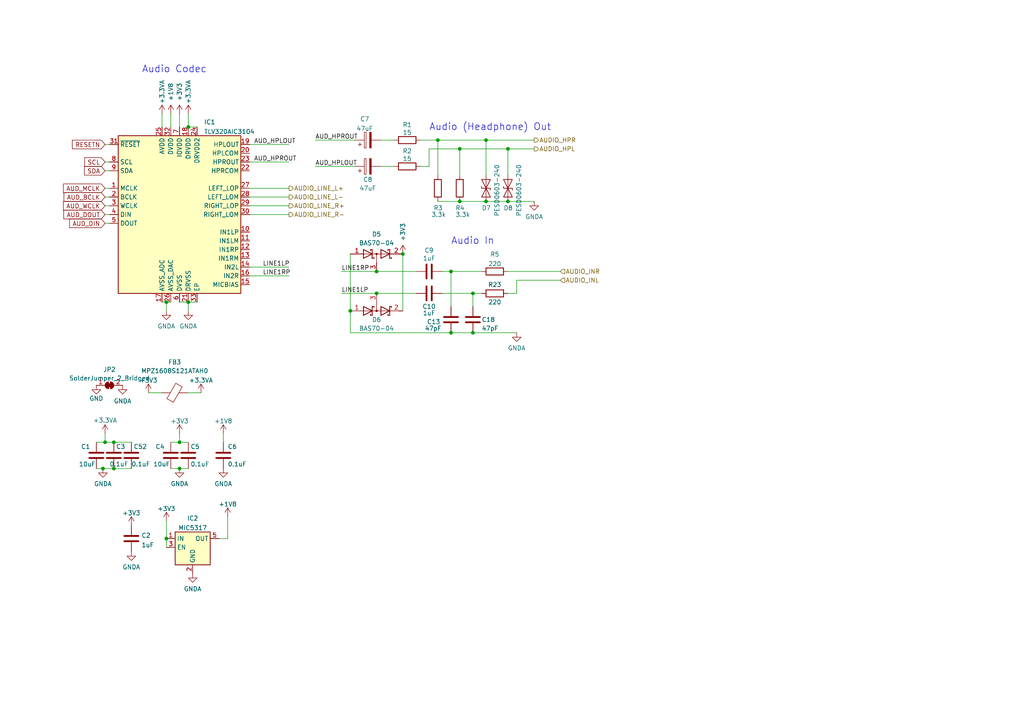
<source format=kicad_sch>
(kicad_sch (version 20211123) (generator eeschema)
  (paper "A4")
  (lib_symbols
    (symbol "Bela:MIC5317"
      (property "Reference" "U" (at 0 0 0))
      (property "Value" "MIC5317" (at 0 0 0))
      (symbol "MIC5317_0_1"
        (rectangle (start -5.08 -1.905) (end 5.08 -11.43) (stroke (width 0.254)) (fill (type background)))
      )
      (symbol "MIC5317_1_1"
        (pin power_in line (at -7.62 -3.81 0) (length 2.54) (name "IN") (number "1"))
        (pin power_in line (at 0 -13.97 90) (length 2.54) (name "GND") (number "2"))
        (pin input line (at -7.62 -6.35 0) (length 2.54) (name "EN") (number "3"))
        (pin power_out line (at 7.62 -3.81 180) (length 2.54) (name "OUT") (number "5"))
      )
    )
    (symbol "Bela:TLV320AIC3104"
      (property "Reference" "U" (at 0 0 0))
      (property "Value" "TLV320AIC3104" (at 0 0 0))
      (symbol "TLV320AIC3104_0_1"
        (rectangle (start -17.78 -13.97) (end 17.78 -59.69) (stroke (width 0.254)) (fill (type background)))
      )
      (symbol "TLV320AIC3104_1_1"
        (pin input line (at -20.32 -29.21 0) (length 2.54) (name "MCLK") (number "1"))
        (pin input line (at 20.32 -41.91 180) (length 2.54) (name "IN1LP") (number "10"))
        (pin input line (at 20.32 -44.45 180) (length 2.54) (name "IN1LM") (number "11"))
        (pin input line (at 20.32 -46.99 180) (length 2.54) (name "IN1RP") (number "12"))
        (pin input line (at 20.32 -49.53 180) (length 2.54) (name "IN1RM") (number "13"))
        (pin input line (at 20.32 -52.07 180) (length 2.54) (name "IN2L") (number "14"))
        (pin power_out line (at 20.32 -57.15 180) (length 2.54) (name "MICBIAS") (number "15"))
        (pin input line (at 20.32 -54.61 180) (length 2.54) (name "IN2R") (number "16"))
        (pin power_in line (at -5.08 -62.23 90) (length 2.54) (name "AVSS_ADC") (number "17"))
        (pin power_in line (at 2.54 -11.43 270) (length 2.54) (name "DRVDD") (number "18"))
        (pin output line (at 20.32 -16.51 180) (length 2.54) (name "HPLOUT") (number "19"))
        (pin bidirectional line (at -20.32 -31.75 0) (length 2.54) (name "BCLK") (number "2"))
        (pin output line (at 20.32 -19.05 180) (length 2.54) (name "HPLCOM") (number "20"))
        (pin power_in line (at 2.54 -62.23 90) (length 2.54) (name "DRVSS") (number "21"))
        (pin output line (at 20.32 -24.13 180) (length 2.54) (name "HPRCOM") (number "22"))
        (pin output line (at 20.32 -21.59 180) (length 2.54) (name "HPROUT") (number "23"))
        (pin power_in line (at 5.08 -11.43 270) (length 2.54) (name "DRVDD2") (number "24"))
        (pin power_in line (at -5.08 -11.43 270) (length 2.54) (name "AVDD") (number "25"))
        (pin power_in line (at -2.54 -62.23 90) (length 2.54) (name "AVSS_DAC") (number "26"))
        (pin output line (at 20.32 -29.21 180) (length 2.54) (name "LEFT_LOP") (number "27"))
        (pin output line (at 20.32 -31.75 180) (length 2.54) (name "LEFT_LOM") (number "28"))
        (pin output line (at 20.32 -34.29 180) (length 2.54) (name "RIGHT_LOP") (number "29"))
        (pin bidirectional line (at -20.32 -34.29 0) (length 2.54) (name "WCLK") (number "3"))
        (pin output line (at 20.32 -36.83 180) (length 2.54) (name "RIGHT_LOM") (number "30"))
        (pin input line (at -20.32 -16.51 0) (length 2.54) (name "~{RESET}") (number "31"))
        (pin power_in line (at -2.54 -11.43 270) (length 2.54) (name "DVDD") (number "32"))
        (pin power_in line (at 5.08 -62.23 90) (length 2.54) (name "EP") (number "33"))
        (pin input line (at -20.32 -36.83 0) (length 2.54) (name "DIN") (number "4"))
        (pin output line (at -20.32 -39.37 0) (length 2.54) (name "DOUT") (number "5"))
        (pin power_in line (at 0 -62.23 90) (length 2.54) (name "DVSS") (number "6"))
        (pin power_in line (at 0 -11.43 270) (length 2.54) (name "IOVDD") (number "7"))
        (pin bidirectional line (at -20.32 -21.59 0) (length 2.54) (name "SCL") (number "8"))
        (pin bidirectional line (at -20.32 -24.13 0) (length 2.54) (name "SDA") (number "9"))
      )
    )
    (symbol "Device:C" (pin_numbers hide) (pin_names (offset 0.254))
      (property "Reference" "C" (at 0.635 2.54 0))
      (property "Value" "C" (at 0.635 -2.54 0))
      (symbol "C_0_1"
        (polyline (pts (xy -2.032 -0.762) (xy 2.032 -0.762)) (stroke (width 0.508)))
        (polyline (pts (xy -2.032 0.762) (xy 2.032 0.762)) (stroke (width 0.508)))
      )
      (symbol "C_1_1"
        (pin passive line (at 0 3.81 270) (length 2.794) (name "~") (number "1"))
        (pin passive line (at 0 -3.81 90) (length 2.794) (name "~") (number "2"))
      )
    )
    (symbol "Device:C_Polarized" (pin_numbers hide) (pin_names (offset 0.254))
      (property "Reference" "C" (at 0.635 2.54 0))
      (property "Value" "C_Polarized" (at 0.635 -2.54 0))
      (symbol "C_Polarized_0_1"
        (rectangle (start -2.286 0.508) (end 2.286 1.016))
        (polyline (pts (xy -1.778 2.286) (xy -0.762 2.286)))
        (polyline (pts (xy -1.27 2.794) (xy -1.27 1.778)))
        (rectangle (start 2.286 -0.508) (end -2.286 -1.016) (fill (type outline)))
      )
      (symbol "C_Polarized_1_1"
        (pin passive line (at 0 3.81 270) (length 2.794) (name "~") (number "1"))
        (pin passive line (at 0 -3.81 90) (length 2.794) (name "~") (number "2"))
      )
    )
    (symbol "Device:D_Schottky_Dual_Series_AKC" (pin_names (offset 0.762) hide)
      (property "Reference" "D" (at 1.27 -2.54 0))
      (property "Value" "D_Schottky_Dual_Series_AKC" (at 0 2.54 0))
      (symbol "D_Schottky_Dual_Series_AKC_0_1"
        (polyline (pts (xy -3.81 0) (xy 3.81 0)))
        (polyline (pts (xy 0 0) (xy 0 -2.54)))
        (polyline (pts (xy 6.35 0) (xy 7.62 0)))
        (polyline (pts (xy -1.27 -1.27) (xy -1.27 1.27) (xy -1.27 1.27)) (stroke (width 0.254)))
        (polyline (pts (xy 3.81 1.27) (xy 3.81 -1.27) (xy 3.81 -1.27)) (stroke (width 0.254)))
        (polyline (pts (xy -1.27 -1.27) (xy -0.762 -1.27) (xy -0.762 -1.016) (xy -0.762 -1.016)) (stroke (width 0.254)))
        (polyline (pts (xy 3.81 -1.27) (xy 4.318 -1.27) (xy 4.318 -1.016) (xy 4.318 -1.016)) (stroke (width 0.254)))
        (polyline (pts (xy 3.81 1.27) (xy 3.302 1.27) (xy 3.302 1.016) (xy 3.302 1.016)) (stroke (width 0.254)))
        (polyline (pts (xy -1.778 1.016) (xy -1.778 1.27) (xy -1.27 1.27) (xy -1.27 1.27) (xy -1.27 1.27)) (stroke (width 0.254)))
        (polyline (pts (xy -3.81 1.27) (xy -1.27 0) (xy -3.81 -1.27) (xy -3.81 1.27) (xy -3.81 1.27) (xy -3.81 1.27)) (stroke (width 0.254)))
        (polyline (pts (xy 1.27 1.27) (xy 3.81 0) (xy 1.27 -1.27) (xy 1.27 1.27) (xy 1.27 1.27) (xy 1.27 1.27)) (stroke (width 0.254)))
        (circle (center 0 0) (radius 0.254) (fill (type outline)))
        (pin passive line (at -7.62 0 0) (length 3.81) (name "A") (number "1"))
        (pin passive line (at 7.62 0 180) (length 3.81) (name "K") (number "2"))
        (pin passive line (at 0 -5.08 90) (length 2.54) (name "common") (number "3"))
      )
    )
    (symbol "Device:FerriteBead" (pin_numbers hide) (pin_names (offset 0))
      (property "Reference" "FB" (at -3.81 0.635 90))
      (property "Value" "FerriteBead" (at 3.81 0 90))
      (symbol "FerriteBead_0_1"
        (polyline (pts (xy 0 -1.27) (xy 0 -1.2192)))
        (polyline (pts (xy 0 1.27) (xy 0 1.2954)))
        (polyline (pts (xy -2.7686 0.4064) (xy -1.7018 2.2606) (xy 2.7686 -0.3048) (xy 1.6764 -2.159) (xy -2.7686 0.4064)))
      )
      (symbol "FerriteBead_1_1"
        (pin passive line (at 0 3.81 270) (length 2.54) (name "~") (number "1"))
        (pin passive line (at 0 -3.81 90) (length 2.54) (name "~") (number "2"))
      )
    )
    (symbol "Device:R" (pin_numbers hide) (pin_names (offset 0))
      (property "Reference" "R" (at 2.032 0 90))
      (property "Value" "R" (at 0 0 90))
      (symbol "R_0_1"
        (rectangle (start -1.016 -2.54) (end 1.016 2.54) (stroke (width 0.254)))
      )
      (symbol "R_1_1"
        (pin passive line (at 0 3.81 270) (length 1.27) (name "~") (number "1"))
        (pin passive line (at 0 -3.81 90) (length 1.27) (name "~") (number "2"))
      )
    )
    (symbol "Diode:ESD9B5.0ST5G" (pin_numbers hide) (pin_names (offset 1.016) hide)
      (property "Reference" "D" (at 0 2.54 0))
      (property "Value" "ESD9B5.0ST5G" (at 0 -2.54 0))
      (symbol "ESD9B5.0ST5G_0_1"
        (polyline (pts (xy 1.27 0) (xy -1.27 0)))
        (polyline (pts (xy -2.54 -1.27) (xy 0 0) (xy -2.54 1.27) (xy -2.54 -1.27)) (stroke (width 0.2032)))
        (polyline (pts (xy 0.508 1.27) (xy 0 1.27) (xy 0 -1.27) (xy -0.508 -1.27)) (stroke (width 0.2032)))
        (polyline (pts (xy 2.54 1.27) (xy 2.54 -1.27) (xy 0 0) (xy 2.54 1.27)) (stroke (width 0.2032)))
      )
      (symbol "ESD9B5.0ST5G_1_1"
        (pin passive line (at -3.81 0 0) (length 2.54) (name "A1") (number "1"))
        (pin passive line (at 3.81 0 180) (length 2.54) (name "A2") (number "2"))
      )
    )
    (symbol "Jumper:SolderJumper_2_Bridged" (pin_names (offset 0) hide)
      (property "Reference" "JP" (at 0 2.032 0))
      (property "Value" "SolderJumper_2_Bridged" (at 0 -2.54 0))
      (symbol "SolderJumper_2_Bridged_0_1"
        (rectangle (start -0.508 0.508) (end 0.508 -0.508) (fill (type outline)))
        (arc (start -0.254 1.016) (mid -1.27 0) (end -0.254 -1.016))
        (arc (start -0.254 1.016) (mid -1.27 0) (end -0.254 -1.016) (fill (type outline)))
        (polyline (pts (xy -0.254 1.016) (xy -0.254 -1.016)))
        (polyline (pts (xy 0.254 1.016) (xy 0.254 -1.016)))
        (arc (start 0.254 -1.016) (mid 1.27 0) (end 0.254 1.016))
        (arc (start 0.254 -1.016) (mid 1.27 0) (end 0.254 1.016) (fill (type outline)))
      )
      (symbol "SolderJumper_2_Bridged_1_1"
        (pin passive line (at -3.81 0 0) (length 2.54) (name "A") (number "1"))
        (pin passive line (at 3.81 0 180) (length 2.54) (name "B") (number "2"))
      )
    )
    (symbol "power:+1V8" (power) (pin_names (offset 0))
      (property "Value" "+1V8" (at 0 3.556 0))
      (symbol "+1V8_0_1"
        (polyline (pts (xy -0.762 1.27) (xy 0 2.54)))
        (polyline (pts (xy 0 0) (xy 0 2.54)))
        (polyline (pts (xy 0 2.54) (xy 0.762 1.27)))
      )
      (symbol "+1V8_1_1"
        (pin power_in line (at 0 0 90) (length 0) hide (name "+1V8") (number "1"))
      )
    )
    (symbol "power:+3.3VA" (power) (pin_names (offset 0))
      (property "Value" "+3.3VA" (at 0 3.556 0))
      (symbol "+3.3VA_0_1"
        (polyline (pts (xy -0.762 1.27) (xy 0 2.54)))
        (polyline (pts (xy 0 0) (xy 0 2.54)))
        (polyline (pts (xy 0 2.54) (xy 0.762 1.27)))
      )
      (symbol "+3.3VA_1_1"
        (pin power_in line (at 0 0 90) (length 0) hide (name "+3.3VA") (number "1"))
      )
    )
    (symbol "power:+3V3" (power) (pin_names (offset 0))
      (property "Value" "+3V3" (at 0 3.556 0))
      (symbol "+3V3_0_1"
        (polyline (pts (xy -0.762 1.27) (xy 0 2.54)))
        (polyline (pts (xy 0 0) (xy 0 2.54)))
        (polyline (pts (xy 0 2.54) (xy 0.762 1.27)))
      )
      (symbol "+3V3_1_1"
        (pin power_in line (at 0 0 90) (length 0) hide (name "+3V3") (number "1"))
      )
    )
    (symbol "power:GND" (power) (pin_names (offset 0))
      (property "Value" "GND" (at 0 -3.81 0))
      (symbol "GND_0_1"
        (polyline (pts (xy 0 0) (xy 0 -1.27) (xy 1.27 -1.27) (xy 0 -2.54) (xy -1.27 -1.27) (xy 0 -1.27)))
      )
      (symbol "GND_1_1"
        (pin power_in line (at 0 0 270) (length 0) hide (name "GND") (number "1"))
      )
    )
    (symbol "power:GNDA" (power) (pin_names (offset 0))
      (property "Value" "GNDA" (at 0 -3.81 0))
      (symbol "GNDA_0_1"
        (polyline (pts (xy 0 0) (xy 0 -1.27) (xy 1.27 -1.27) (xy 0 -2.54) (xy -1.27 -1.27) (xy 0 -1.27)))
      )
      (symbol "GNDA_1_1"
        (pin power_in line (at 0 0 270) (length 0) hide (name "GNDA") (number "1"))
      )
    )
  )
  (junction (at 130.81 78.74))
  (junction (at 54.61 36.83))
  (junction (at 133.35 58.42))
  (junction (at 52.07 135.89))
  (junction (at 140.97 58.42))
  (junction (at 137.16 96.52))
  (junction (at 130.81 96.52))
  (junction (at 33.02 135.89))
  (junction (at 33.02 128.27))
  (junction (at 147.32 58.42))
  (junction (at 54.61 87.63))
  (junction (at 29.8512 135.89))
  (junction (at 116.84 73.66))
  (junction (at 48.26 156.21))
  (junction (at 127 40.64))
  (junction (at 109.22 78.74))
  (junction (at 137.16 85.09))
  (junction (at 48.26 87.63))
  (junction (at 101.6 90.17))
  (junction (at 147.32 43.18))
  (junction (at 52.07 128.27))
  (junction (at 133.35 43.18))
  (junction (at 109.22 85.09))
  (junction (at 140.97 40.64))
  (junction (at 30.48 128.27))
  (wire (pts (xy 30.48 125.73) (xy 30.48 128.27)))
  (wire (pts (xy 130.81 78.74) (xy 130.81 88.9)))
  (wire (pts (xy 149.86 85.09) (xy 149.86 81.28)))
  (wire (pts (xy 140.97 40.64) (xy 154.94 40.64)))
  (wire (pts (xy 147.32 43.18) (xy 154.94 43.18)))
  (wire (pts (xy 116.84 73.66) (xy 116.84 90.17)))
  (wire (pts (xy 54.61 87.63) (xy 54.61 90.17)))
  (wire (pts (xy 133.35 43.18) (xy 133.35 50.8)))
  (wire (pts (xy 30.48 49.53) (xy 31.75 49.53)))
  (wire (pts (xy 54.61 33.02) (xy 54.61 36.83)))
  (wire (pts (xy 72.39 46.99) (xy 83.82 46.99)))
  (wire (pts (xy 49.53 33.02) (xy 49.53 36.83)))
  (wire (pts (xy 91.44 40.64) (xy 102.87 40.64)))
  (wire (pts (xy 30.48 62.23) (xy 31.75 62.23)))
  (wire (pts (xy 147.32 43.18) (xy 147.32 50.8)))
  (wire (pts (xy 130.81 96.52) (xy 137.16 96.52)))
  (wire (pts (xy 52.07 33.02) (xy 52.07 36.83)))
  (wire (pts (xy 48.26 87.63) (xy 49.53 87.63)))
  (wire (pts (xy 30.48 64.77) (xy 31.75 64.77)))
  (wire (pts (xy 49.53 128.27) (xy 52.07 128.27)))
  (wire (pts (xy 30.48 54.61) (xy 31.75 54.61)))
  (wire (pts (xy 72.39 41.91) (xy 83.82 41.91)))
  (wire (pts (xy 30.48 46.99) (xy 31.75 46.99)))
  (wire (pts (xy 48.26 151.13) (xy 48.26 156.21)))
  (wire (pts (xy 63.5 156.21) (xy 66.04 156.21)))
  (wire (pts (xy 33.02 128.27) (xy 38.1 128.27)))
  (wire (pts (xy 140.97 58.42) (xy 147.32 58.42)))
  (wire (pts (xy 49.53 135.89) (xy 52.07 135.89)))
  (wire (pts (xy 147.32 58.42) (xy 154.94 58.42)))
  (wire (pts (xy 137.16 96.52) (xy 149.86 96.52)))
  (wire (pts (xy 121.92 40.64) (xy 127 40.64)))
  (wire (pts (xy 72.39 57.15) (xy 83.82 57.15)))
  (wire (pts (xy 127 58.42) (xy 133.35 58.42)))
  (wire (pts (xy 140.97 40.64) (xy 140.97 50.8)))
  (wire (pts (xy 110.49 40.64) (xy 114.3 40.64)))
  (wire (pts (xy 101.6 96.52) (xy 130.81 96.52)))
  (wire (pts (xy 72.39 59.69) (xy 83.82 59.69)))
  (wire (pts (xy 48.26 156.21) (xy 48.26 158.75)))
  (wire (pts (xy 91.44 48.26) (xy 102.87 48.26)))
  (wire (pts (xy 46.99 33.02) (xy 46.99 36.83)))
  (wire (pts (xy 33.02 135.89) (xy 38.1 135.89)))
  (wire (pts (xy 124.46 48.26) (xy 124.46 43.18)))
  (wire (pts (xy 52.07 87.63) (xy 54.61 87.63)))
  (wire (pts (xy 147.32 85.09) (xy 149.86 85.09)))
  (wire (pts (xy 52.07 128.27) (xy 54.61 128.27)))
  (wire (pts (xy 48.26 87.63) (xy 48.26 90.17)))
  (wire (pts (xy 52.07 135.89) (xy 54.61 135.89)))
  (wire (pts (xy 30.48 57.15) (xy 31.75 57.15)))
  (wire (pts (xy 52.07 125.73) (xy 52.07 128.27)))
  (wire (pts (xy 43.053 113.919) (xy 46.863 113.919)))
  (wire (pts (xy 54.61 36.83) (xy 57.15 36.83)))
  (wire (pts (xy 99.06 78.74) (xy 109.22 78.74)))
  (wire (pts (xy 30.48 59.69) (xy 31.75 59.69)))
  (wire (pts (xy 133.35 58.42) (xy 140.97 58.42)))
  (wire (pts (xy 72.39 62.23) (xy 83.82 62.23)))
  (wire (pts (xy 128.27 78.74) (xy 130.81 78.74)))
  (wire (pts (xy 137.16 85.09) (xy 137.16 88.9)))
  (wire (pts (xy 130.81 78.74) (xy 139.7 78.74)))
  (wire (pts (xy 101.6 90.17) (xy 101.6 96.52)))
  (wire (pts (xy 54.483 113.919) (xy 58.293 113.919)))
  (wire (pts (xy 124.46 43.18) (xy 133.35 43.18)))
  (wire (pts (xy 29.8512 135.89) (xy 33.02 135.89)))
  (wire (pts (xy 109.22 85.09) (xy 120.65 85.09)))
  (wire (pts (xy 27.94 128.27) (xy 30.48 128.27)))
  (wire (pts (xy 147.32 78.74) (xy 162.56 78.74)))
  (wire (pts (xy 127 40.64) (xy 127 50.8)))
  (wire (pts (xy 30.48 128.27) (xy 33.02 128.27)))
  (wire (pts (xy 72.39 54.61) (xy 83.82 54.61)))
  (wire (pts (xy 72.39 80.01) (xy 83.82 80.01)))
  (wire (pts (xy 101.6 73.66) (xy 101.6 90.17)))
  (wire (pts (xy 66.04 156.21) (xy 66.04 149.86)))
  (wire (pts (xy 127 40.64) (xy 140.97 40.64)))
  (wire (pts (xy 27.94 135.89) (xy 29.8512 135.89)))
  (wire (pts (xy 149.86 81.28) (xy 162.56 81.28)))
  (wire (pts (xy 54.61 87.63) (xy 57.15 87.63)))
  (wire (pts (xy 72.39 77.47) (xy 83.82 77.47)))
  (wire (pts (xy 110.49 48.26) (xy 114.3 48.26)))
  (wire (pts (xy 137.16 85.09) (xy 139.7 85.09)))
  (wire (pts (xy 99.06 85.09) (xy 109.22 85.09)))
  (wire (pts (xy 121.92 48.26) (xy 124.46 48.26)))
  (wire (pts (xy 109.22 78.74) (xy 120.65 78.74)))
  (wire (pts (xy 46.99 87.63) (xy 48.26 87.63)))
  (wire (pts (xy 133.35 43.18) (xy 147.32 43.18)))
  (wire (pts (xy 30.48 41.91) (xy 31.75 41.91)))
  (wire (pts (xy 128.27 85.09) (xy 137.16 85.09)))
  (wire (pts (xy 64.77 125.73) (xy 64.77 128.27)))
  (text "Audio (Headphone) Out" (at 124.46 38.1 0) (effects (font (size 2 2)) (justify left bottom)))
  (text "Audio In" (at 130.81 71.12 0) (effects (font (size 2 2)) (justify left bottom)))
  (text "Audio Codec" (at 41.148 21.336 0) (effects (font (size 2 2)) (justify left bottom)))
  (label "LINE1LP" (at 99.06 85.09 0))
  (label "AUD_HPLOUT" (at 73.66 41.91 0))
  (label "LINE1RP" (at 99.06 78.74 0))
  (label "AUD_HPLOUT" (at 91.44 48.26 0))
  (label "AUD_HPROUT" (at 91.44 40.64 0))
  (label "AUD_HPROUT" (at 73.66 46.99 0))
  (label "LINE1LP" (at 76.2 77.47 0))
  (label "LINE1RP" (at 76.2 80.01 0))
  (global_label "AUD_DOUT" (shape input) (at 30.48 62.23 180) (property "Intersheet References" "${INTERSHEET_REFS}" (effects hide)))
  (global_label "AUD_BCLK" (shape input) (at 30.48 57.15 180) (property "Intersheet References" "${INTERSHEET_REFS}" (effects hide)))
  (global_label "RESETN" (shape input) (at 30.48 41.91 180) (property "Intersheet References" "${INTERSHEET_REFS}" (effects hide)))
  (global_label "SCL" (shape input) (at 30.48 46.99 180) (property "Intersheet References" "${INTERSHEET_REFS}" (effects hide)))
  (global_label "AUD_MCLK" (shape input) (at 30.48 54.61 180) (property "Intersheet References" "${INTERSHEET_REFS}" (effects hide)))
  (global_label "AUD_WCLK" (shape input) (at 30.48 59.69 180) (property "Intersheet References" "${INTERSHEET_REFS}" (effects hide)))
  (global_label "AUD_DIN" (shape input) (at 30.48 64.77 180) (property "Intersheet References" "${INTERSHEET_REFS}" (effects hide)))
  (global_label "SDA" (shape input) (at 30.48 49.53 180) (property "Intersheet References" "${INTERSHEET_REFS}" (effects hide)))
  (hierarchical_label "AUDIO_LINE_L-" (shape output) (at 83.82 57.15 0))
  (hierarchical_label "AUDIO_INR" (shape input) (at 162.56 78.74 0))
  (hierarchical_label "AUDIO_HPL" (shape output) (at 154.94 43.18 0))
  (hierarchical_label "AUDIO_INL" (shape input) (at 162.56 81.28 0))
  (hierarchical_label "AUDIO_LINE_L+" (shape output) (at 83.82 54.61 0))
  (hierarchical_label "AUDIO_LINE_R-" (shape output) (at 83.82 62.23 0))
  (hierarchical_label "AUDIO_HPR" (shape output) (at 154.94 40.64 0))
  (hierarchical_label "AUDIO_LINE_R+" (shape output) (at 83.82 59.69 0))
  (symbol (lib_id "power:+1V8") (at 64.77 125.73 0) (unit 1)
    (property "Reference" "#PWR017" (effects hide))
    (property "Value" "+1V8" (at 64.77 122.1255 0))
  )
  (symbol (lib_id "Device:C") (at 137.16 92.71 180) (unit 1)
    (property "Reference" "C18" (at 139.7 92.71 0) (effects (justify right)))
    (property "Value" "47pF" (at 139.7 95.25 0) (effects (justify right)))
    (property "Footprint" "Capacitor_SMD:C_0603_1608Metric" (effects hide))
  )
  (symbol (lib_id "Device:C") (at 27.94 132.08 0) (unit 1)
    (property "Reference" "C1" (at 23.495 129.54 0) (effects (justify left)))
    (property "Value" "10uF" (at 22.86 134.62 0) (effects (justify left)))
    (property "Footprint" "Capacitor_SMD:C_0603_1608Metric" (effects hide))
  )
  (symbol (lib_id "Device:R") (at 118.11 40.64 270) (unit 1)
    (property "Reference" "R1" (at 118.11 36.195 90))
    (property "Value" "15" (at 118.11 38.4326 90))
    (property "Footprint" "Resistor_SMD:R_0603_1608Metric" (effects hide))
  )
  (symbol (lib_id "Device:C") (at 38.1 132.08 0) (unit 1)
    (property "Reference" "C52" (at 38.735 129.54 0) (effects (justify left)))
    (property "Value" "0.1uF" (at 38.1 134.62 0) (effects (justify left)))
    (property "Footprint" "Capacitor_SMD:C_0603_1608Metric" (effects hide))
  )
  (symbol (lib_id "Device:R") (at 143.51 78.74 90) (unit 1)
    (property "Reference" "R5" (at 143.51 73.7575 90))
    (property "Value" "220" (at 143.51 76.5326 90))
    (property "Footprint" "Resistor_SMD:R_0603_1608Metric" (effects hide))
  )
  (symbol (lib_id "Device:R") (at 133.35 54.61 180) (unit 1)
    (property "Reference" "R4" (at 132.08 60.325 0) (effects (justify right)))
    (property "Value" "3.3k" (at 132.08 62.23 0) (effects (justify right)))
    (property "Footprint" "Resistor_SMD:R_0603_1608Metric" (effects hide))
  )
  (symbol (lib_id "Diode:ESD9B5.0ST5G") (at 147.32 54.61 90) (unit 1)
    (property "Reference" "D8" (at 146.05 60.325 90) (effects (justify right)))
    (property "Value" "PESD0603-240" (at 150.495 47.625 0) (effects (justify right)))
    (property "Footprint" "Diode_SMD:D_0603_1608Metric" (effects hide))
    (property "Datasheet" "https://www.onsemi.com/pub/Collateral/ESD9B-D.PDF" (effects hide))
  )
  (symbol (lib_id "power:GNDA") (at 54.61 90.17 0) (unit 1)
    (property "Reference" "#PWR0149" (effects hide))
    (property "Value" "GNDA" (at 54.61 94.6134 0))
  )
  (symbol (lib_id "power:GNDA") (at 64.77 135.89 0) (unit 1)
    (property "Reference" "#PWR0155" (effects hide))
    (property "Value" "GNDA" (at 64.77 140.3334 0))
  )
  (symbol (lib_id "Bela:TLV320AIC3104") (at 52.07 25.4 0) (unit 1)
    (property "Reference" "IC1" (at 59.1694 35.4035 0) (effects (justify left)))
    (property "Value" "TLV320AIC3104" (at 59.1694 38.1786 0) (effects (justify left)))
    (property "Footprint" "Package_DFN_QFN:QFN-32-1EP_5x5mm_P0.5mm_EP3.3x3.3mm" (effects hide))
  )
  (symbol (lib_id "Device:D_Schottky_Dual_Series_AKC") (at 109.22 90.17 0) (mirror x) (unit 1)
    (property "Reference" "D6" (at 109.22 92.71 0))
    (property "Value" "BAS70-04" (at 109.22 95.25 0))
    (property "Footprint" "Package_TO_SOT_SMD:SOT-23" (effects hide))
  )
  (symbol (lib_id "Device:C_Polarized") (at 106.68 40.64 90) (unit 1)
    (property "Reference" "C7" (at 105.791 34.5145 90))
    (property "Value" "47uF" (at 105.791 37.2896 90))
    (property "Footprint" "Capacitor_SMD:C_1206_3216Metric" (effects hide))
  )
  (symbol (lib_id "power:GNDA") (at 29.8512 135.89 0) (unit 1)
    (property "Reference" "#PWR0154" (effects hide))
    (property "Value" "GNDA" (at 29.8512 140.3334 0))
  )
  (symbol (lib_id "Device:C") (at 130.81 92.71 180) (unit 1)
    (property "Reference" "C13" (at 123.825 93.345 0) (effects (justify right)))
    (property "Value" "47pF" (at 123.19 95.25 0) (effects (justify right)))
    (property "Footprint" "Capacitor_SMD:C_0603_1608Metric" (effects hide))
  )
  (symbol (lib_id "power:+3.3VA") (at 46.99 33.02 0) (unit 1)
    (property "Reference" "#PWR06" (effects hide))
    (property "Value" "+3.3VA" (at 46.99 26.67 90))
  )
  (symbol (lib_id "power:+3V3") (at 52.07 33.02 0) (unit 1)
    (property "Reference" "#PWR010" (effects hide))
    (property "Value" "+3V3" (at 52.07 26.67 90))
  )
  (symbol (lib_id "Device:C") (at 64.77 132.08 0) (unit 1)
    (property "Reference" "C6" (at 66.04 129.54 0) (effects (justify left)))
    (property "Value" "0.1uF" (at 66.04 134.62 0) (effects (justify left)))
    (property "Footprint" "Capacitor_SMD:C_0603_1608Metric" (effects hide))
  )
  (symbol (lib_id "Diode:ESD9B5.0ST5G") (at 140.97 54.61 90) (unit 1)
    (property "Reference" "D7" (at 139.7 60.325 90) (effects (justify right)))
    (property "Value" "PESD0603-240" (at 144.145 47.625 0) (effects (justify right)))
    (property "Footprint" "Diode_SMD:D_0603_1608Metric" (effects hide))
    (property "Datasheet" "https://www.onsemi.com/pub/Collateral/ESD9B-D.PDF" (effects hide))
  )
  (symbol (lib_id "power:+3V3") (at 116.84 73.66 0) (unit 1)
    (property "Reference" "#PWR020" (effects hide))
    (property "Value" "+3V3" (at 116.84 67.31 90))
  )
  (symbol (lib_id "Device:R") (at 118.11 48.26 270) (unit 1)
    (property "Reference" "R2" (at 118.11 43.815 90))
    (property "Value" "15" (at 118.11 46.0526 90))
    (property "Footprint" "Resistor_SMD:R_0603_1608Metric" (effects hide))
  )
  (symbol (lib_id "Device:C") (at 38.1 156.21 0) (unit 1)
    (property "Reference" "C2" (at 41.021 155.3015 0) (effects (justify left)))
    (property "Value" "1uF" (at 41.021 158.0766 0) (effects (justify left)))
    (property "Footprint" "Capacitor_SMD:C_0603_1608Metric" (effects hide))
  )
  (symbol (lib_id "Device:FerriteBead") (at 50.673 113.919 90) (unit 1)
    (property "Reference" "FB3" (at 50.673 105.029 90))
    (property "Value" "MPZ1608S121ATAH0" (at 50.673 107.569 90))
    (property "Footprint" "Inductor_SMD:L_0603_1608Metric" (effects hide))
  )
  (symbol (lib_id "Bela:MIC5317") (at 55.88 152.4 0) (unit 1)
    (property "Reference" "IC2" (at 55.88 150.3385 0))
    (property "Value" "MIC5317" (at 55.88 153.1136 0))
    (property "Footprint" "Package_TO_SOT_SMD:SOT-23-5" (effects hide))
  )
  (symbol (lib_id "Device:D_Schottky_Dual_Series_AKC") (at 109.22 73.66 0) (unit 1)
    (property "Reference" "D5" (at 109.22 67.945 0))
    (property "Value" "BAS70-04" (at 109.22 70.485 0))
    (property "Footprint" "Package_TO_SOT_SMD:SOT-23" (effects hide))
  )
  (symbol (lib_id "power:GNDA") (at 55.88 166.37 0) (unit 1)
    (property "Reference" "#PWR0156" (effects hide))
    (property "Value" "GNDA" (at 55.88 170.8134 0))
  )
  (symbol (lib_id "power:+1V8") (at 66.04 149.86 0) (unit 1)
    (property "Reference" "#PWR019" (effects hide))
    (property "Value" "+1V8" (at 66.04 146.2555 0))
  )
  (symbol (lib_id "power:+3.3VA") (at 58.293 113.919 0) (unit 1)
    (property "Reference" "#PWR016" (effects hide))
    (property "Value" "+3.3VA" (at 58.293 110.3145 0))
  )
  (symbol (lib_id "Device:C") (at 124.46 78.74 90) (unit 1)
    (property "Reference" "C9" (at 124.46 72.6145 90))
    (property "Value" "1uF" (at 124.46 74.93 90))
    (property "Footprint" "Capacitor_SMD:C_0603_1608Metric" (effects hide))
  )
  (symbol (lib_id "power:+3V3") (at 43.053 113.919 0) (unit 1)
    (property "Reference" "#PWR05" (effects hide))
    (property "Value" "+3V3" (at 43.053 110.3145 0))
  )
  (symbol (lib_id "Device:C") (at 49.53 132.08 0) (unit 1)
    (property "Reference" "C4" (at 45.085 129.54 0) (effects (justify left)))
    (property "Value" "10uF" (at 44.45 134.62 0) (effects (justify left)))
    (property "Footprint" "Capacitor_SMD:C_0603_1608Metric" (effects hide))
  )
  (symbol (lib_id "Jumper:SolderJumper_2_Bridged") (at 31.75 111.76 0) (unit 1)
    (property "Reference" "JP2" (at 31.75 107.1712 0))
    (property "Value" "SolderJumper_2_Bridged" (at 31.75 109.7081 0))
    (property "Footprint" "Jumper:SolderJumper-2_P1.3mm_Bridged_Pad1.0x1.5mm" (effects hide))
  )
  (symbol (lib_id "Device:C") (at 54.61 132.08 0) (unit 1)
    (property "Reference" "C5" (at 55.245 129.54 0) (effects (justify left)))
    (property "Value" "0.1uF" (at 55.245 134.62 0) (effects (justify left)))
    (property "Footprint" "Capacitor_SMD:C_0603_1608Metric" (effects hide))
  )
  (symbol (lib_id "power:+1V8") (at 49.53 33.02 0) (unit 1)
    (property "Reference" "#PWR09" (effects hide))
    (property "Value" "+1V8" (at 49.53 26.67 90))
  )
  (symbol (lib_id "power:+3.3VA") (at 54.61 33.02 0) (unit 1)
    (property "Reference" "#PWR013" (effects hide))
    (property "Value" "+3.3VA" (at 54.61 26.67 90))
  )
  (symbol (lib_id "power:+3V3") (at 52.07 125.73 0) (unit 1)
    (property "Reference" "#PWR011" (effects hide))
    (property "Value" "+3V3" (at 52.07 122.1255 0))
  )
  (symbol (lib_id "power:GNDA") (at 149.86 96.52 0) (unit 1)
    (property "Reference" "#PWR0151" (effects hide))
    (property "Value" "GNDA" (at 149.86 100.9634 0))
  )
  (symbol (lib_id "power:+3V3") (at 38.1 152.4 0) (unit 1)
    (property "Reference" "#PWR03" (effects hide))
    (property "Value" "+3V3" (at 38.1 148.7955 0))
  )
  (symbol (lib_id "power:+3V3") (at 48.26 151.13 0) (unit 1)
    (property "Reference" "#PWR08" (effects hide))
    (property "Value" "+3V3" (at 48.26 147.5255 0))
  )
  (symbol (lib_id "power:GNDA") (at 48.26 90.17 0) (unit 1)
    (property "Reference" "#PWR0148" (effects hide))
    (property "Value" "GNDA" (at 48.26 94.6134 0))
  )
  (symbol (lib_id "power:GNDA") (at 35.56 111.76 0) (unit 1)
    (property "Reference" "#PWR0163" (effects hide))
    (property "Value" "GNDA" (at 35.56 116.3225 0))
  )
  (symbol (lib_id "Device:R") (at 127 54.61 180) (unit 1)
    (property "Reference" "R3" (at 125.73 60.325 0) (effects (justify right)))
    (property "Value" "3.3k" (at 125.095 62.23 0) (effects (justify right)))
    (property "Footprint" "Resistor_SMD:R_0603_1608Metric" (effects hide))
  )
  (symbol (lib_id "power:GND") (at 27.94 111.76 0) (mirror y) (unit 1)
    (property "Reference" "#PWR0164" (effects hide))
    (property "Value" "GND" (at 27.94 115.57 0))
  )
  (symbol (lib_id "power:+3.3VA") (at 30.48 125.73 0) (unit 1)
    (property "Reference" "#PWR01" (effects hide))
    (property "Value" "+3.3VA" (at 30.48 121.92 0))
  )
  (symbol (lib_id "Device:R") (at 143.51 85.09 90) (unit 1)
    (property "Reference" "R23" (at 143.51 82.55 90))
    (property "Value" "220" (at 143.51 87.63 90))
    (property "Footprint" "Resistor_SMD:R_0603_1608Metric" (effects hide))
  )
  (symbol (lib_id "power:GNDA") (at 154.94 58.42 0) (unit 1)
    (property "Reference" "#PWR0150" (effects hide))
    (property "Value" "GNDA" (at 154.94 62.8634 0))
  )
  (symbol (lib_id "Device:C") (at 124.46 85.09 90) (unit 1)
    (property "Reference" "C10" (at 124.46 88.9 90))
    (property "Value" "1uF" (at 124.46 90.805 90))
    (property "Footprint" "Capacitor_SMD:C_0603_1608Metric" (effects hide))
  )
  (symbol (lib_id "power:GNDA") (at 38.1 160.02 0) (unit 1)
    (property "Reference" "#PWR0152" (effects hide))
    (property "Value" "GNDA" (at 38.1 164.4634 0))
  )
  (symbol (lib_id "Device:C_Polarized") (at 106.68 48.26 90) (unit 1)
    (property "Reference" "C8" (at 106.68 52.07 90))
    (property "Value" "47uF" (at 106.68 54.61 90))
    (property "Footprint" "Capacitor_SMD:C_1206_3216Metric" (effects hide))
  )
  (symbol (lib_id "Device:C") (at 33.02 132.08 0) (unit 1)
    (property "Reference" "C3" (at 33.655 129.54 0) (effects (justify left)))
    (property "Value" "0.1uF" (at 31.75 134.62 0) (effects (justify left)))
    (property "Footprint" "Capacitor_SMD:C_0603_1608Metric" (effects hide))
  )
  (symbol (lib_id "power:GNDA") (at 52.07 135.89 0) (unit 1)
    (property "Reference" "#PWR0153" (effects hide))
    (property "Value" "GNDA" (at 52.07 140.3334 0))
  )
)
</source>
